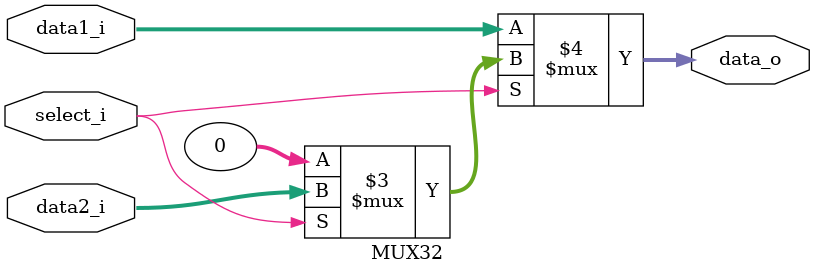
<source format=v>
module MUX32(
    data1_i,
    data2_i,
    select_i,
    data_o
);

// Ports
input   [31:0]  data1_i;
input   [31:0]  data2_i;
input           select_i;
output  [31:0]  data_o;

// Wires and Registers

// Assignment
assign data_o = (select_i == 0)?    data1_i:
                (select_i == 1)?    data2_i:0;

endmodule

</source>
